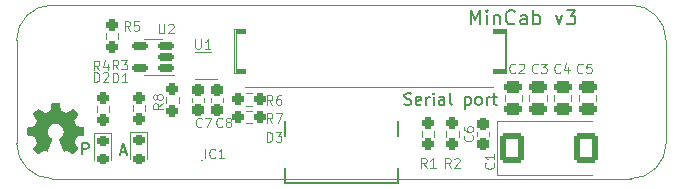
<source format=gto>
G04 #@! TF.GenerationSoftware,KiCad,Pcbnew,(6.0.0)*
G04 #@! TF.CreationDate,2022-12-24T23:31:17+01:00*
G04 #@! TF.ProjectId,MinCab,4d696e43-6162-42e6-9b69-6361645f7063,rev?*
G04 #@! TF.SameCoordinates,Original*
G04 #@! TF.FileFunction,Legend,Top*
G04 #@! TF.FilePolarity,Positive*
%FSLAX46Y46*%
G04 Gerber Fmt 4.6, Leading zero omitted, Abs format (unit mm)*
G04 Created by KiCad (PCBNEW (6.0.0)) date 2022-12-24 23:31:17*
%MOMM*%
%LPD*%
G01*
G04 APERTURE LIST*
G04 Aperture macros list*
%AMRoundRect*
0 Rectangle with rounded corners*
0 $1 Rounding radius*
0 $2 $3 $4 $5 $6 $7 $8 $9 X,Y pos of 4 corners*
0 Add a 4 corners polygon primitive as box body*
4,1,4,$2,$3,$4,$5,$6,$7,$8,$9,$2,$3,0*
0 Add four circle primitives for the rounded corners*
1,1,$1+$1,$2,$3*
1,1,$1+$1,$4,$5*
1,1,$1+$1,$6,$7*
1,1,$1+$1,$8,$9*
0 Add four rect primitives between the rounded corners*
20,1,$1+$1,$2,$3,$4,$5,0*
20,1,$1+$1,$4,$5,$6,$7,0*
20,1,$1+$1,$6,$7,$8,$9,0*
20,1,$1+$1,$8,$9,$2,$3,0*%
G04 Aperture macros list end*
G04 #@! TA.AperFunction,Profile*
%ADD10C,0.050000*%
G04 #@! TD*
%ADD11C,0.200000*%
%ADD12C,0.150000*%
%ADD13C,0.120000*%
%ADD14C,0.100000*%
%ADD15RoundRect,0.250000X0.475000X-0.250000X0.475000X0.250000X-0.475000X0.250000X-0.475000X-0.250000X0*%
%ADD16RoundRect,0.237500X-0.237500X0.250000X-0.237500X-0.250000X0.237500X-0.250000X0.237500X0.250000X0*%
%ADD17RoundRect,0.237500X-0.250000X-0.237500X0.250000X-0.237500X0.250000X0.237500X-0.250000X0.237500X0*%
%ADD18RoundRect,0.150000X0.512500X0.150000X-0.512500X0.150000X-0.512500X-0.150000X0.512500X-0.150000X0*%
%ADD19R,0.200000X0.700000*%
%ADD20C,6.000000*%
%ADD21R,1.100000X1.400000*%
%ADD22R,0.900000X1.400000*%
%ADD23RoundRect,0.237500X0.237500X-0.250000X0.237500X0.250000X-0.237500X0.250000X-0.237500X-0.250000X0*%
%ADD24RoundRect,0.237500X-0.237500X0.300000X-0.237500X-0.300000X0.237500X-0.300000X0.237500X0.300000X0*%
%ADD25R,0.650000X0.400000*%
%ADD26RoundRect,0.218750X-0.256250X0.218750X-0.256250X-0.218750X0.256250X-0.218750X0.256250X0.218750X0*%
%ADD27R,0.300000X0.300000*%
%ADD28R,0.900000X0.300000*%
%ADD29R,0.300000X0.900000*%
%ADD30R,1.800000X1.800000*%
%ADD31C,0.800000*%
%ADD32C,0.650000*%
%ADD33R,0.600000X1.150000*%
%ADD34R,0.300000X1.150000*%
%ADD35O,1.050000X2.100000*%
%ADD36O,1.000000X2.000000*%
%ADD37RoundRect,0.237500X0.250000X0.237500X-0.250000X0.237500X-0.250000X-0.237500X0.250000X-0.237500X0*%
%ADD38RoundRect,0.250000X-0.787500X-1.025000X0.787500X-1.025000X0.787500X1.025000X-0.787500X1.025000X0*%
G04 APERTURE END LIST*
D10*
X117300000Y-91200000D02*
G75*
G03*
X120300000Y-94200000I3000001J1D01*
G01*
X172300000Y-82500000D02*
X172300000Y-91200000D01*
X169300000Y-94200000D02*
X120300000Y-94200000D01*
X172300000Y-82500000D02*
G75*
G03*
X169300000Y-79500000I-3000001J-1D01*
G01*
X169300000Y-94200000D02*
G75*
G03*
X172300000Y-91200000I-1J3000001D01*
G01*
X120300000Y-79500000D02*
X169300000Y-79500000D01*
X120300000Y-79500000D02*
G75*
G03*
X117300000Y-82500000I1J-3000001D01*
G01*
X117300000Y-82500000D02*
X117300000Y-91200000D01*
D11*
X126111904Y-91916666D02*
X126588095Y-91916666D01*
X126016666Y-92202380D02*
X126350000Y-91202380D01*
X126683333Y-92202380D01*
X155750000Y-81142857D02*
X155750000Y-79942857D01*
X156150000Y-80800000D01*
X156550000Y-79942857D01*
X156550000Y-81142857D01*
X157121428Y-81142857D02*
X157121428Y-80342857D01*
X157121428Y-79942857D02*
X157064285Y-80000000D01*
X157121428Y-80057142D01*
X157178571Y-80000000D01*
X157121428Y-79942857D01*
X157121428Y-80057142D01*
X157692857Y-80342857D02*
X157692857Y-81142857D01*
X157692857Y-80457142D02*
X157750000Y-80400000D01*
X157864285Y-80342857D01*
X158035714Y-80342857D01*
X158150000Y-80400000D01*
X158207142Y-80514285D01*
X158207142Y-81142857D01*
X159464285Y-81028571D02*
X159407142Y-81085714D01*
X159235714Y-81142857D01*
X159121428Y-81142857D01*
X158950000Y-81085714D01*
X158835714Y-80971428D01*
X158778571Y-80857142D01*
X158721428Y-80628571D01*
X158721428Y-80457142D01*
X158778571Y-80228571D01*
X158835714Y-80114285D01*
X158950000Y-80000000D01*
X159121428Y-79942857D01*
X159235714Y-79942857D01*
X159407142Y-80000000D01*
X159464285Y-80057142D01*
X160492857Y-81142857D02*
X160492857Y-80514285D01*
X160435714Y-80400000D01*
X160321428Y-80342857D01*
X160092857Y-80342857D01*
X159978571Y-80400000D01*
X160492857Y-81085714D02*
X160378571Y-81142857D01*
X160092857Y-81142857D01*
X159978571Y-81085714D01*
X159921428Y-80971428D01*
X159921428Y-80857142D01*
X159978571Y-80742857D01*
X160092857Y-80685714D01*
X160378571Y-80685714D01*
X160492857Y-80628571D01*
X161064285Y-81142857D02*
X161064285Y-79942857D01*
X161064285Y-80400000D02*
X161178571Y-80342857D01*
X161407142Y-80342857D01*
X161521428Y-80400000D01*
X161578571Y-80457142D01*
X161635714Y-80571428D01*
X161635714Y-80914285D01*
X161578571Y-81028571D01*
X161521428Y-81085714D01*
X161407142Y-81142857D01*
X161178571Y-81142857D01*
X161064285Y-81085714D01*
X162950000Y-80342857D02*
X163235714Y-81142857D01*
X163521428Y-80342857D01*
X163864285Y-79942857D02*
X164607142Y-79942857D01*
X164207142Y-80400000D01*
X164378571Y-80400000D01*
X164492857Y-80457142D01*
X164550000Y-80514285D01*
X164607142Y-80628571D01*
X164607142Y-80914285D01*
X164550000Y-81028571D01*
X164492857Y-81085714D01*
X164378571Y-81142857D01*
X164035714Y-81142857D01*
X163921428Y-81085714D01*
X163864285Y-81028571D01*
X122838095Y-92152380D02*
X122838095Y-91152380D01*
X123219047Y-91152380D01*
X123314285Y-91200000D01*
X123361904Y-91247619D01*
X123409523Y-91342857D01*
X123409523Y-91485714D01*
X123361904Y-91580952D01*
X123314285Y-91628571D01*
X123219047Y-91676190D01*
X122838095Y-91676190D01*
D12*
X150142857Y-87904761D02*
X150285714Y-87952380D01*
X150523809Y-87952380D01*
X150619047Y-87904761D01*
X150666666Y-87857142D01*
X150714285Y-87761904D01*
X150714285Y-87666666D01*
X150666666Y-87571428D01*
X150619047Y-87523809D01*
X150523809Y-87476190D01*
X150333333Y-87428571D01*
X150238095Y-87380952D01*
X150190476Y-87333333D01*
X150142857Y-87238095D01*
X150142857Y-87142857D01*
X150190476Y-87047619D01*
X150238095Y-87000000D01*
X150333333Y-86952380D01*
X150571428Y-86952380D01*
X150714285Y-87000000D01*
X151523809Y-87904761D02*
X151428571Y-87952380D01*
X151238095Y-87952380D01*
X151142857Y-87904761D01*
X151095238Y-87809523D01*
X151095238Y-87428571D01*
X151142857Y-87333333D01*
X151238095Y-87285714D01*
X151428571Y-87285714D01*
X151523809Y-87333333D01*
X151571428Y-87428571D01*
X151571428Y-87523809D01*
X151095238Y-87619047D01*
X152000000Y-87952380D02*
X152000000Y-87285714D01*
X152000000Y-87476190D02*
X152047619Y-87380952D01*
X152095238Y-87333333D01*
X152190476Y-87285714D01*
X152285714Y-87285714D01*
X152619047Y-87952380D02*
X152619047Y-87285714D01*
X152619047Y-86952380D02*
X152571428Y-87000000D01*
X152619047Y-87047619D01*
X152666666Y-87000000D01*
X152619047Y-86952380D01*
X152619047Y-87047619D01*
X153523809Y-87952380D02*
X153523809Y-87428571D01*
X153476190Y-87333333D01*
X153380952Y-87285714D01*
X153190476Y-87285714D01*
X153095238Y-87333333D01*
X153523809Y-87904761D02*
X153428571Y-87952380D01*
X153190476Y-87952380D01*
X153095238Y-87904761D01*
X153047619Y-87809523D01*
X153047619Y-87714285D01*
X153095238Y-87619047D01*
X153190476Y-87571428D01*
X153428571Y-87571428D01*
X153523809Y-87523809D01*
X154142857Y-87952380D02*
X154047619Y-87904761D01*
X154000000Y-87809523D01*
X154000000Y-86952380D01*
X155285714Y-87285714D02*
X155285714Y-88285714D01*
X155285714Y-87333333D02*
X155380952Y-87285714D01*
X155571428Y-87285714D01*
X155666666Y-87333333D01*
X155714285Y-87380952D01*
X155761904Y-87476190D01*
X155761904Y-87761904D01*
X155714285Y-87857142D01*
X155666666Y-87904761D01*
X155571428Y-87952380D01*
X155380952Y-87952380D01*
X155285714Y-87904761D01*
X156333333Y-87952380D02*
X156238095Y-87904761D01*
X156190476Y-87857142D01*
X156142857Y-87761904D01*
X156142857Y-87476190D01*
X156190476Y-87380952D01*
X156238095Y-87333333D01*
X156333333Y-87285714D01*
X156476190Y-87285714D01*
X156571428Y-87333333D01*
X156619047Y-87380952D01*
X156666666Y-87476190D01*
X156666666Y-87761904D01*
X156619047Y-87857142D01*
X156571428Y-87904761D01*
X156476190Y-87952380D01*
X156333333Y-87952380D01*
X157095238Y-87952380D02*
X157095238Y-87285714D01*
X157095238Y-87476190D02*
X157142857Y-87380952D01*
X157190476Y-87333333D01*
X157285714Y-87285714D01*
X157380952Y-87285714D01*
X157571428Y-87285714D02*
X157952380Y-87285714D01*
X157714285Y-86952380D02*
X157714285Y-87809523D01*
X157761904Y-87904761D01*
X157857142Y-87952380D01*
X157952380Y-87952380D01*
D13*
X159516666Y-85185714D02*
X159478571Y-85223809D01*
X159364285Y-85261904D01*
X159288095Y-85261904D01*
X159173809Y-85223809D01*
X159097619Y-85147619D01*
X159059523Y-85071428D01*
X159021428Y-84919047D01*
X159021428Y-84804761D01*
X159059523Y-84652380D01*
X159097619Y-84576190D01*
X159173809Y-84500000D01*
X159288095Y-84461904D01*
X159364285Y-84461904D01*
X159478571Y-84500000D01*
X159516666Y-84538095D01*
X159821428Y-84538095D02*
X159859523Y-84500000D01*
X159935714Y-84461904D01*
X160126190Y-84461904D01*
X160202380Y-84500000D01*
X160240476Y-84538095D01*
X160278571Y-84614285D01*
X160278571Y-84690476D01*
X160240476Y-84804761D01*
X159783333Y-85261904D01*
X160278571Y-85261904D01*
X161416666Y-85185714D02*
X161378571Y-85223809D01*
X161264285Y-85261904D01*
X161188095Y-85261904D01*
X161073809Y-85223809D01*
X160997619Y-85147619D01*
X160959523Y-85071428D01*
X160921428Y-84919047D01*
X160921428Y-84804761D01*
X160959523Y-84652380D01*
X160997619Y-84576190D01*
X161073809Y-84500000D01*
X161188095Y-84461904D01*
X161264285Y-84461904D01*
X161378571Y-84500000D01*
X161416666Y-84538095D01*
X161683333Y-84461904D02*
X162178571Y-84461904D01*
X161911904Y-84766666D01*
X162026190Y-84766666D01*
X162102380Y-84804761D01*
X162140476Y-84842857D01*
X162178571Y-84919047D01*
X162178571Y-85109523D01*
X162140476Y-85185714D01*
X162102380Y-85223809D01*
X162026190Y-85261904D01*
X161797619Y-85261904D01*
X161721428Y-85223809D01*
X161683333Y-85185714D01*
X129661904Y-87833333D02*
X129280952Y-88100000D01*
X129661904Y-88290476D02*
X128861904Y-88290476D01*
X128861904Y-87985714D01*
X128900000Y-87909523D01*
X128938095Y-87871428D01*
X129014285Y-87833333D01*
X129128571Y-87833333D01*
X129204761Y-87871428D01*
X129242857Y-87909523D01*
X129280952Y-87985714D01*
X129280952Y-88290476D01*
X129204761Y-87376190D02*
X129166666Y-87452380D01*
X129128571Y-87490476D01*
X129052380Y-87528571D01*
X129014285Y-87528571D01*
X128938095Y-87490476D01*
X128900000Y-87452380D01*
X128861904Y-87376190D01*
X128861904Y-87223809D01*
X128900000Y-87147619D01*
X128938095Y-87109523D01*
X129014285Y-87071428D01*
X129052380Y-87071428D01*
X129128571Y-87109523D01*
X129166666Y-87147619D01*
X129204761Y-87223809D01*
X129204761Y-87376190D01*
X129242857Y-87452380D01*
X129280952Y-87490476D01*
X129357142Y-87528571D01*
X129509523Y-87528571D01*
X129585714Y-87490476D01*
X129623809Y-87452380D01*
X129661904Y-87376190D01*
X129661904Y-87223809D01*
X129623809Y-87147619D01*
X129585714Y-87109523D01*
X129509523Y-87071428D01*
X129357142Y-87071428D01*
X129280952Y-87109523D01*
X129242857Y-87147619D01*
X129204761Y-87223809D01*
X138966666Y-87961904D02*
X138700000Y-87580952D01*
X138509523Y-87961904D02*
X138509523Y-87161904D01*
X138814285Y-87161904D01*
X138890476Y-87200000D01*
X138928571Y-87238095D01*
X138966666Y-87314285D01*
X138966666Y-87428571D01*
X138928571Y-87504761D01*
X138890476Y-87542857D01*
X138814285Y-87580952D01*
X138509523Y-87580952D01*
X139652380Y-87161904D02*
X139500000Y-87161904D01*
X139423809Y-87200000D01*
X139385714Y-87238095D01*
X139309523Y-87352380D01*
X139271428Y-87504761D01*
X139271428Y-87809523D01*
X139309523Y-87885714D01*
X139347619Y-87923809D01*
X139423809Y-87961904D01*
X139576190Y-87961904D01*
X139652380Y-87923809D01*
X139690476Y-87885714D01*
X139728571Y-87809523D01*
X139728571Y-87619047D01*
X139690476Y-87542857D01*
X139652380Y-87504761D01*
X139576190Y-87466666D01*
X139423809Y-87466666D01*
X139347619Y-87504761D01*
X139309523Y-87542857D01*
X139271428Y-87619047D01*
X129340476Y-81111904D02*
X129340476Y-81759523D01*
X129378571Y-81835714D01*
X129416666Y-81873809D01*
X129492857Y-81911904D01*
X129645238Y-81911904D01*
X129721428Y-81873809D01*
X129759523Y-81835714D01*
X129797619Y-81759523D01*
X129797619Y-81111904D01*
X130140476Y-81188095D02*
X130178571Y-81150000D01*
X130254761Y-81111904D01*
X130445238Y-81111904D01*
X130521428Y-81150000D01*
X130559523Y-81188095D01*
X130597619Y-81264285D01*
X130597619Y-81340476D01*
X130559523Y-81454761D01*
X130102380Y-81911904D01*
X130597619Y-81911904D01*
X138509523Y-91061904D02*
X138509523Y-90261904D01*
X138700000Y-90261904D01*
X138814285Y-90300000D01*
X138890476Y-90376190D01*
X138928571Y-90452380D01*
X138966666Y-90604761D01*
X138966666Y-90719047D01*
X138928571Y-90871428D01*
X138890476Y-90947619D01*
X138814285Y-91023809D01*
X138700000Y-91061904D01*
X138509523Y-91061904D01*
X139233333Y-90261904D02*
X139728571Y-90261904D01*
X139461904Y-90566666D01*
X139576190Y-90566666D01*
X139652380Y-90604761D01*
X139690476Y-90642857D01*
X139728571Y-90719047D01*
X139728571Y-90909523D01*
X139690476Y-90985714D01*
X139652380Y-91023809D01*
X139576190Y-91061904D01*
X139347619Y-91061904D01*
X139271428Y-91023809D01*
X139233333Y-90985714D01*
X154066666Y-93261904D02*
X153800000Y-92880952D01*
X153609523Y-93261904D02*
X153609523Y-92461904D01*
X153914285Y-92461904D01*
X153990476Y-92500000D01*
X154028571Y-92538095D01*
X154066666Y-92614285D01*
X154066666Y-92728571D01*
X154028571Y-92804761D01*
X153990476Y-92842857D01*
X153914285Y-92880952D01*
X153609523Y-92880952D01*
X154371428Y-92538095D02*
X154409523Y-92500000D01*
X154485714Y-92461904D01*
X154676190Y-92461904D01*
X154752380Y-92500000D01*
X154790476Y-92538095D01*
X154828571Y-92614285D01*
X154828571Y-92690476D01*
X154790476Y-92804761D01*
X154333333Y-93261904D01*
X154828571Y-93261904D01*
X132966666Y-89785714D02*
X132928571Y-89823809D01*
X132814285Y-89861904D01*
X132738095Y-89861904D01*
X132623809Y-89823809D01*
X132547619Y-89747619D01*
X132509523Y-89671428D01*
X132471428Y-89519047D01*
X132471428Y-89404761D01*
X132509523Y-89252380D01*
X132547619Y-89176190D01*
X132623809Y-89100000D01*
X132738095Y-89061904D01*
X132814285Y-89061904D01*
X132928571Y-89100000D01*
X132966666Y-89138095D01*
X133233333Y-89061904D02*
X133766666Y-89061904D01*
X133423809Y-89861904D01*
X126916666Y-81661904D02*
X126650000Y-81280952D01*
X126459523Y-81661904D02*
X126459523Y-80861904D01*
X126764285Y-80861904D01*
X126840476Y-80900000D01*
X126878571Y-80938095D01*
X126916666Y-81014285D01*
X126916666Y-81128571D01*
X126878571Y-81204761D01*
X126840476Y-81242857D01*
X126764285Y-81280952D01*
X126459523Y-81280952D01*
X127640476Y-80861904D02*
X127259523Y-80861904D01*
X127221428Y-81242857D01*
X127259523Y-81204761D01*
X127335714Y-81166666D01*
X127526190Y-81166666D01*
X127602380Y-81204761D01*
X127640476Y-81242857D01*
X127678571Y-81319047D01*
X127678571Y-81509523D01*
X127640476Y-81585714D01*
X127602380Y-81623809D01*
X127526190Y-81661904D01*
X127335714Y-81661904D01*
X127259523Y-81623809D01*
X127221428Y-81585714D01*
X125916666Y-84961904D02*
X125650000Y-84580952D01*
X125459523Y-84961904D02*
X125459523Y-84161904D01*
X125764285Y-84161904D01*
X125840476Y-84200000D01*
X125878571Y-84238095D01*
X125916666Y-84314285D01*
X125916666Y-84428571D01*
X125878571Y-84504761D01*
X125840476Y-84542857D01*
X125764285Y-84580952D01*
X125459523Y-84580952D01*
X126183333Y-84161904D02*
X126678571Y-84161904D01*
X126411904Y-84466666D01*
X126526190Y-84466666D01*
X126602380Y-84504761D01*
X126640476Y-84542857D01*
X126678571Y-84619047D01*
X126678571Y-84809523D01*
X126640476Y-84885714D01*
X126602380Y-84923809D01*
X126526190Y-84961904D01*
X126297619Y-84961904D01*
X126221428Y-84923809D01*
X126183333Y-84885714D01*
X132440476Y-82411904D02*
X132440476Y-83059523D01*
X132478571Y-83135714D01*
X132516666Y-83173809D01*
X132592857Y-83211904D01*
X132745238Y-83211904D01*
X132821428Y-83173809D01*
X132859523Y-83135714D01*
X132897619Y-83059523D01*
X132897619Y-82411904D01*
X133697619Y-83211904D02*
X133240476Y-83211904D01*
X133469047Y-83211904D02*
X133469047Y-82411904D01*
X133392857Y-82526190D01*
X133316666Y-82602380D01*
X133240476Y-82640476D01*
X124316666Y-85011904D02*
X124050000Y-84630952D01*
X123859523Y-85011904D02*
X123859523Y-84211904D01*
X124164285Y-84211904D01*
X124240476Y-84250000D01*
X124278571Y-84288095D01*
X124316666Y-84364285D01*
X124316666Y-84478571D01*
X124278571Y-84554761D01*
X124240476Y-84592857D01*
X124164285Y-84630952D01*
X123859523Y-84630952D01*
X125002380Y-84478571D02*
X125002380Y-85011904D01*
X124811904Y-84173809D02*
X124621428Y-84745238D01*
X125116666Y-84745238D01*
X125459523Y-86061904D02*
X125459523Y-85261904D01*
X125650000Y-85261904D01*
X125764285Y-85300000D01*
X125840476Y-85376190D01*
X125878571Y-85452380D01*
X125916666Y-85604761D01*
X125916666Y-85719047D01*
X125878571Y-85871428D01*
X125840476Y-85947619D01*
X125764285Y-86023809D01*
X125650000Y-86061904D01*
X125459523Y-86061904D01*
X126678571Y-86061904D02*
X126221428Y-86061904D01*
X126450000Y-86061904D02*
X126450000Y-85261904D01*
X126373809Y-85376190D01*
X126297619Y-85452380D01*
X126221428Y-85490476D01*
X165216666Y-85185714D02*
X165178571Y-85223809D01*
X165064285Y-85261904D01*
X164988095Y-85261904D01*
X164873809Y-85223809D01*
X164797619Y-85147619D01*
X164759523Y-85071428D01*
X164721428Y-84919047D01*
X164721428Y-84804761D01*
X164759523Y-84652380D01*
X164797619Y-84576190D01*
X164873809Y-84500000D01*
X164988095Y-84461904D01*
X165064285Y-84461904D01*
X165178571Y-84500000D01*
X165216666Y-84538095D01*
X165940476Y-84461904D02*
X165559523Y-84461904D01*
X165521428Y-84842857D01*
X165559523Y-84804761D01*
X165635714Y-84766666D01*
X165826190Y-84766666D01*
X165902380Y-84804761D01*
X165940476Y-84842857D01*
X165978571Y-84919047D01*
X165978571Y-85109523D01*
X165940476Y-85185714D01*
X165902380Y-85223809D01*
X165826190Y-85261904D01*
X165635714Y-85261904D01*
X165559523Y-85223809D01*
X165521428Y-85185714D01*
X163316666Y-85185714D02*
X163278571Y-85223809D01*
X163164285Y-85261904D01*
X163088095Y-85261904D01*
X162973809Y-85223809D01*
X162897619Y-85147619D01*
X162859523Y-85071428D01*
X162821428Y-84919047D01*
X162821428Y-84804761D01*
X162859523Y-84652380D01*
X162897619Y-84576190D01*
X162973809Y-84500000D01*
X163088095Y-84461904D01*
X163164285Y-84461904D01*
X163278571Y-84500000D01*
X163316666Y-84538095D01*
X164002380Y-84728571D02*
X164002380Y-85261904D01*
X163811904Y-84423809D02*
X163621428Y-84995238D01*
X164116666Y-84995238D01*
X133269047Y-92461904D02*
X133269047Y-91661904D01*
X134107142Y-92385714D02*
X134069047Y-92423809D01*
X133954761Y-92461904D01*
X133878571Y-92461904D01*
X133764285Y-92423809D01*
X133688095Y-92347619D01*
X133650000Y-92271428D01*
X133611904Y-92119047D01*
X133611904Y-92004761D01*
X133650000Y-91852380D01*
X133688095Y-91776190D01*
X133764285Y-91700000D01*
X133878571Y-91661904D01*
X133954761Y-91661904D01*
X134069047Y-91700000D01*
X134107142Y-91738095D01*
X134869047Y-92461904D02*
X134411904Y-92461904D01*
X134640476Y-92461904D02*
X134640476Y-91661904D01*
X134564285Y-91776190D01*
X134488095Y-91852380D01*
X134411904Y-91890476D01*
D12*
D13*
X152016666Y-93261904D02*
X151750000Y-92880952D01*
X151559523Y-93261904D02*
X151559523Y-92461904D01*
X151864285Y-92461904D01*
X151940476Y-92500000D01*
X151978571Y-92538095D01*
X152016666Y-92614285D01*
X152016666Y-92728571D01*
X151978571Y-92804761D01*
X151940476Y-92842857D01*
X151864285Y-92880952D01*
X151559523Y-92880952D01*
X152778571Y-93261904D02*
X152321428Y-93261904D01*
X152550000Y-93261904D02*
X152550000Y-92461904D01*
X152473809Y-92576190D01*
X152397619Y-92652380D01*
X152321428Y-92690476D01*
X134716666Y-89785714D02*
X134678571Y-89823809D01*
X134564285Y-89861904D01*
X134488095Y-89861904D01*
X134373809Y-89823809D01*
X134297619Y-89747619D01*
X134259523Y-89671428D01*
X134221428Y-89519047D01*
X134221428Y-89404761D01*
X134259523Y-89252380D01*
X134297619Y-89176190D01*
X134373809Y-89100000D01*
X134488095Y-89061904D01*
X134564285Y-89061904D01*
X134678571Y-89100000D01*
X134716666Y-89138095D01*
X135173809Y-89404761D02*
X135097619Y-89366666D01*
X135059523Y-89328571D01*
X135021428Y-89252380D01*
X135021428Y-89214285D01*
X135059523Y-89138095D01*
X135097619Y-89100000D01*
X135173809Y-89061904D01*
X135326190Y-89061904D01*
X135402380Y-89100000D01*
X135440476Y-89138095D01*
X135478571Y-89214285D01*
X135478571Y-89252380D01*
X135440476Y-89328571D01*
X135402380Y-89366666D01*
X135326190Y-89404761D01*
X135173809Y-89404761D01*
X135097619Y-89442857D01*
X135059523Y-89480952D01*
X135021428Y-89557142D01*
X135021428Y-89709523D01*
X135059523Y-89785714D01*
X135097619Y-89823809D01*
X135173809Y-89861904D01*
X135326190Y-89861904D01*
X135402380Y-89823809D01*
X135440476Y-89785714D01*
X135478571Y-89709523D01*
X135478571Y-89557142D01*
X135440476Y-89480952D01*
X135402380Y-89442857D01*
X135326190Y-89404761D01*
X138966666Y-89461904D02*
X138700000Y-89080952D01*
X138509523Y-89461904D02*
X138509523Y-88661904D01*
X138814285Y-88661904D01*
X138890476Y-88700000D01*
X138928571Y-88738095D01*
X138966666Y-88814285D01*
X138966666Y-88928571D01*
X138928571Y-89004761D01*
X138890476Y-89042857D01*
X138814285Y-89080952D01*
X138509523Y-89080952D01*
X139233333Y-88661904D02*
X139766666Y-88661904D01*
X139423809Y-89461904D01*
X155885714Y-90533333D02*
X155923809Y-90571428D01*
X155961904Y-90685714D01*
X155961904Y-90761904D01*
X155923809Y-90876190D01*
X155847619Y-90952380D01*
X155771428Y-90990476D01*
X155619047Y-91028571D01*
X155504761Y-91028571D01*
X155352380Y-90990476D01*
X155276190Y-90952380D01*
X155200000Y-90876190D01*
X155161904Y-90761904D01*
X155161904Y-90685714D01*
X155200000Y-90571428D01*
X155238095Y-90533333D01*
X155161904Y-89847619D02*
X155161904Y-90000000D01*
X155200000Y-90076190D01*
X155238095Y-90114285D01*
X155352380Y-90190476D01*
X155504761Y-90228571D01*
X155809523Y-90228571D01*
X155885714Y-90190476D01*
X155923809Y-90152380D01*
X155961904Y-90076190D01*
X155961904Y-89923809D01*
X155923809Y-89847619D01*
X155885714Y-89809523D01*
X155809523Y-89771428D01*
X155619047Y-89771428D01*
X155542857Y-89809523D01*
X155504761Y-89847619D01*
X155466666Y-89923809D01*
X155466666Y-90076190D01*
X155504761Y-90152380D01*
X155542857Y-90190476D01*
X155619047Y-90228571D01*
X157685714Y-92883333D02*
X157723809Y-92921428D01*
X157761904Y-93035714D01*
X157761904Y-93111904D01*
X157723809Y-93226190D01*
X157647619Y-93302380D01*
X157571428Y-93340476D01*
X157419047Y-93378571D01*
X157304761Y-93378571D01*
X157152380Y-93340476D01*
X157076190Y-93302380D01*
X157000000Y-93226190D01*
X156961904Y-93111904D01*
X156961904Y-93035714D01*
X157000000Y-92921428D01*
X157038095Y-92883333D01*
X157761904Y-92121428D02*
X157761904Y-92578571D01*
X157761904Y-92350000D02*
X156961904Y-92350000D01*
X157076190Y-92426190D01*
X157152380Y-92502380D01*
X157190476Y-92578571D01*
X123859523Y-86011904D02*
X123859523Y-85211904D01*
X124050000Y-85211904D01*
X124164285Y-85250000D01*
X124240476Y-85326190D01*
X124278571Y-85402380D01*
X124316666Y-85554761D01*
X124316666Y-85669047D01*
X124278571Y-85821428D01*
X124240476Y-85897619D01*
X124164285Y-85973809D01*
X124050000Y-86011904D01*
X123859523Y-86011904D01*
X124621428Y-85288095D02*
X124659523Y-85250000D01*
X124735714Y-85211904D01*
X124926190Y-85211904D01*
X125002380Y-85250000D01*
X125040476Y-85288095D01*
X125078571Y-85364285D01*
X125078571Y-85440476D01*
X125040476Y-85554761D01*
X124583333Y-86011904D01*
X125078571Y-86011904D01*
X160085000Y-87661252D02*
X160085000Y-87138748D01*
X158615000Y-87661252D02*
X158615000Y-87138748D01*
X162185000Y-87661252D02*
X162185000Y-87138748D01*
X160715000Y-87661252D02*
X160715000Y-87138748D01*
X131022500Y-87295276D02*
X131022500Y-87804724D01*
X129977500Y-87295276D02*
X129977500Y-87804724D01*
X136745276Y-86977500D02*
X137254724Y-86977500D01*
X136745276Y-88022500D02*
X137254724Y-88022500D01*
X128850000Y-85460000D02*
X128050000Y-85460000D01*
X128850000Y-85460000D02*
X130650000Y-85460000D01*
X128850000Y-82340000D02*
X129650000Y-82340000D01*
X128850000Y-82340000D02*
X128050000Y-82340000D01*
X158150000Y-84910000D02*
X157650000Y-84910000D01*
X135850000Y-85300000D02*
X135850000Y-81520000D01*
X136600000Y-81910000D02*
X136150000Y-81910000D01*
X158650000Y-85300000D02*
X158650000Y-81520000D01*
X136650000Y-84910000D02*
X136150000Y-84910000D01*
X158150000Y-81910000D02*
X157650000Y-81910000D01*
X136650000Y-86450000D02*
X157650000Y-86450000D01*
X157650000Y-84910000D02*
X158650000Y-84910000D01*
X158650000Y-84910000D02*
X158650000Y-85300000D01*
X158650000Y-85300000D02*
X157650000Y-85300000D01*
X157650000Y-85300000D02*
X157650000Y-84910000D01*
G36*
X157650000Y-84910000D02*
G01*
X158650000Y-84910000D01*
X158650000Y-85300000D01*
X157650000Y-85300000D01*
X157650000Y-84910000D01*
G37*
X157650000Y-81910000D02*
X158650000Y-81910000D01*
X158650000Y-81910000D02*
X158650000Y-81520000D01*
X158650000Y-81520000D02*
X157650000Y-81520000D01*
X157650000Y-81520000D02*
X157650000Y-81910000D01*
G36*
X157650000Y-81910000D02*
G01*
X158650000Y-81910000D01*
X158650000Y-81520000D01*
X157650000Y-81520000D01*
X157650000Y-81910000D01*
G37*
X158650000Y-85300000D02*
X158750000Y-85300000D01*
X158750000Y-85300000D02*
X158750000Y-81520000D01*
X158750000Y-81520000D02*
X158650000Y-81520000D01*
X158650000Y-81520000D02*
X158650000Y-85300000D01*
X136600000Y-81910000D02*
X135850000Y-81910000D01*
X135850000Y-81910000D02*
X135850000Y-81520000D01*
X135850000Y-81520000D02*
X136600000Y-81520000D01*
X136600000Y-81520000D02*
X136600000Y-81910000D01*
G36*
X136600000Y-81910000D02*
G01*
X135850000Y-81910000D01*
X135850000Y-81520000D01*
X136600000Y-81520000D01*
X136600000Y-81910000D01*
G37*
X135850000Y-85300000D02*
X135750000Y-85300000D01*
X135750000Y-85300000D02*
X135750000Y-81520000D01*
X135750000Y-81520000D02*
X135850000Y-81520000D01*
X135850000Y-81520000D02*
X135850000Y-85300000D01*
X136650000Y-84910000D02*
X135850000Y-84910000D01*
X135850000Y-84910000D02*
X135850000Y-85300000D01*
X135850000Y-85300000D02*
X136650000Y-85300000D01*
X136650000Y-85300000D02*
X136650000Y-84910000D01*
G36*
X136650000Y-84910000D02*
G01*
X135850000Y-84910000D01*
X135850000Y-85300000D01*
X136650000Y-85300000D01*
X136650000Y-84910000D01*
G37*
D14*
X138000000Y-89350000D02*
X138000000Y-89350000D01*
X138000000Y-89450000D02*
X138000000Y-89450000D01*
X138000000Y-89350000D02*
G75*
G03*
X138000000Y-89450000I0J-50000D01*
G01*
X138000000Y-89450000D02*
G75*
G03*
X138000000Y-89350000I0J50000D01*
G01*
D13*
X153677500Y-90654724D02*
X153677500Y-90145276D01*
X154722500Y-90654724D02*
X154722500Y-90145276D01*
X133160000Y-87403733D02*
X133160000Y-87696267D01*
X132140000Y-87403733D02*
X132140000Y-87696267D01*
X125922500Y-81895276D02*
X125922500Y-82404724D01*
X124877500Y-81895276D02*
X124877500Y-82404724D01*
X124077500Y-88542224D02*
X124077500Y-88032776D01*
X125122500Y-88542224D02*
X125122500Y-88032776D01*
X133800000Y-83440000D02*
X132400000Y-83440000D01*
X132400000Y-85760000D02*
X134300000Y-85760000D01*
X128172500Y-88504724D02*
X128172500Y-87995276D01*
X127127500Y-88504724D02*
X127127500Y-87995276D01*
X125335000Y-92587500D02*
X125335000Y-90302500D01*
X123865000Y-90302500D02*
X123865000Y-92587500D01*
X125335000Y-90302500D02*
X123865000Y-90302500D01*
X164915000Y-87661252D02*
X164915000Y-87138748D01*
X166385000Y-87661252D02*
X166385000Y-87138748D01*
X162815000Y-87661252D02*
X162815000Y-87138748D01*
X164285000Y-87661252D02*
X164285000Y-87138748D01*
D14*
X132900000Y-92650000D02*
X132900000Y-92650000D01*
X133000000Y-92650000D02*
X133000000Y-92650000D01*
X132900000Y-92650000D02*
G75*
G03*
X133000000Y-92650000I50000J0D01*
G01*
X133000000Y-92650000D02*
G75*
G03*
X132900000Y-92650000I-50000J0D01*
G01*
G36*
X120948336Y-87818259D02*
G01*
X120952832Y-87834584D01*
X120960416Y-87868775D01*
X120970504Y-87917917D01*
X120982514Y-87979092D01*
X120995863Y-88049386D01*
X121009968Y-88125879D01*
X121011447Y-88134029D01*
X121025411Y-88210490D01*
X121038429Y-88280607D01*
X121049960Y-88341563D01*
X121059465Y-88390541D01*
X121066403Y-88424723D01*
X121070235Y-88441293D01*
X121070465Y-88441978D01*
X121082177Y-88452173D01*
X121109370Y-88467841D01*
X121147871Y-88486769D01*
X121189160Y-88504936D01*
X121287071Y-88545678D01*
X121366709Y-88578443D01*
X121429159Y-88603660D01*
X121475508Y-88621758D01*
X121506840Y-88633167D01*
X121524241Y-88638316D01*
X121527403Y-88638720D01*
X121539126Y-88632960D01*
X121565945Y-88616659D01*
X121605603Y-88591290D01*
X121655842Y-88558322D01*
X121714405Y-88519228D01*
X121779034Y-88475478D01*
X121802686Y-88459327D01*
X121869231Y-88414214D01*
X121930853Y-88373260D01*
X121985230Y-88337944D01*
X122030039Y-88309744D01*
X122062957Y-88290141D01*
X122081662Y-88280615D01*
X122084363Y-88279934D01*
X122097627Y-88287276D01*
X122122966Y-88307765D01*
X122158083Y-88339089D01*
X122200680Y-88378940D01*
X122248460Y-88425006D01*
X122299127Y-88474978D01*
X122350382Y-88526546D01*
X122399930Y-88577400D01*
X122445473Y-88625231D01*
X122484713Y-88667728D01*
X122515354Y-88702581D01*
X122535098Y-88727480D01*
X122541670Y-88739794D01*
X122535860Y-88755891D01*
X122519883Y-88785425D01*
X122495923Y-88824714D01*
X122466161Y-88870079D01*
X122453092Y-88889144D01*
X122384868Y-88987779D01*
X122328288Y-89070390D01*
X122282644Y-89138067D01*
X122247229Y-89191900D01*
X122221335Y-89232979D01*
X122204254Y-89262392D01*
X122195277Y-89281230D01*
X122193436Y-89288875D01*
X122197528Y-89304236D01*
X122208808Y-89335324D01*
X122225781Y-89378630D01*
X122246951Y-89430644D01*
X122270826Y-89487857D01*
X122295909Y-89546759D01*
X122320705Y-89603841D01*
X122343721Y-89655593D01*
X122363461Y-89698506D01*
X122378430Y-89729071D01*
X122387134Y-89743779D01*
X122387249Y-89743903D01*
X122397212Y-89749379D01*
X122418813Y-89756294D01*
X122453423Y-89764937D01*
X122502416Y-89775595D01*
X122567161Y-89788559D01*
X122649031Y-89804116D01*
X122749398Y-89822554D01*
X122831865Y-89837414D01*
X122887140Y-89847694D01*
X122936557Y-89857588D01*
X122975586Y-89866139D01*
X122999699Y-89872389D01*
X123003344Y-89873671D01*
X123027088Y-89883469D01*
X123027088Y-90204257D01*
X123026895Y-90299779D01*
X123026266Y-90376096D01*
X123025121Y-90435105D01*
X123023382Y-90478705D01*
X123020972Y-90508791D01*
X123017810Y-90527261D01*
X123013821Y-90536012D01*
X123013373Y-90536425D01*
X122999744Y-90541257D01*
X122968141Y-90549196D01*
X122921367Y-90559641D01*
X122862224Y-90571992D01*
X122793514Y-90585648D01*
X122718041Y-90600006D01*
X122709987Y-90601502D01*
X122614135Y-90619652D01*
X122537855Y-90634983D01*
X122479846Y-90647797D01*
X122438809Y-90658400D01*
X122413443Y-90667094D01*
X122403247Y-90673194D01*
X122393024Y-90689679D01*
X122377457Y-90721883D01*
X122357845Y-90766444D01*
X122335490Y-90820000D01*
X122311692Y-90879187D01*
X122287753Y-90940644D01*
X122264972Y-91001008D01*
X122244650Y-91056915D01*
X122228089Y-91105005D01*
X122216589Y-91141913D01*
X122211451Y-91164277D01*
X122211565Y-91168710D01*
X122219780Y-91183582D01*
X122237789Y-91212204D01*
X122263287Y-91251034D01*
X122293967Y-91296531D01*
X122309425Y-91319069D01*
X122349073Y-91376571D01*
X122391891Y-91438675D01*
X122433020Y-91498333D01*
X122467600Y-91548498D01*
X122471026Y-91553469D01*
X122498874Y-91595415D01*
X122521549Y-91632509D01*
X122536617Y-91660564D01*
X122541670Y-91674916D01*
X122534481Y-91686370D01*
X122514404Y-91710246D01*
X122483680Y-91744266D01*
X122444546Y-91786157D01*
X122399241Y-91833641D01*
X122350005Y-91884443D01*
X122299074Y-91936288D01*
X122248689Y-91986901D01*
X122201088Y-92034004D01*
X122158509Y-92075323D01*
X122123191Y-92108582D01*
X122097373Y-92131506D01*
X122083293Y-92141818D01*
X122082016Y-92142169D01*
X122069167Y-92136521D01*
X122043269Y-92121287D01*
X122008531Y-92099034D01*
X121981857Y-92081099D01*
X121887448Y-92016478D01*
X121808959Y-91962850D01*
X121744929Y-91919236D01*
X121693900Y-91884657D01*
X121654409Y-91858132D01*
X121624997Y-91838682D01*
X121604203Y-91825328D01*
X121590568Y-91817091D01*
X121582630Y-91812990D01*
X121581388Y-91812505D01*
X121566208Y-91815000D01*
X121536979Y-91825998D01*
X121498060Y-91843680D01*
X121458466Y-91863746D01*
X121413840Y-91886485D01*
X121374352Y-91904892D01*
X121344641Y-91916909D01*
X121330347Y-91920565D01*
X121320206Y-91917047D01*
X121309104Y-91904670D01*
X121295492Y-91880698D01*
X121277818Y-91842396D01*
X121254533Y-91787027D01*
X121254120Y-91786020D01*
X121237200Y-91744901D01*
X121213506Y-91687498D01*
X121184364Y-91617014D01*
X121151101Y-91536653D01*
X121115042Y-91449620D01*
X121077515Y-91359118D01*
X121041433Y-91272178D01*
X121006389Y-91187382D01*
X120973946Y-91108122D01*
X120945000Y-91036642D01*
X120920445Y-90975183D01*
X120901175Y-90925991D01*
X120888087Y-90891308D01*
X120882074Y-90873378D01*
X120881794Y-90871957D01*
X120886339Y-90858028D01*
X120903519Y-90838092D01*
X120935106Y-90810416D01*
X120981517Y-90774283D01*
X121065418Y-90705137D01*
X121131879Y-90636379D01*
X121184152Y-90564242D01*
X121219164Y-90498946D01*
X121259925Y-90387646D01*
X121280746Y-90274037D01*
X121282037Y-90160417D01*
X121264204Y-90049081D01*
X121227655Y-89942326D01*
X121172799Y-89842451D01*
X121100042Y-89751751D01*
X121083537Y-89735069D01*
X121004921Y-89669778D01*
X120915488Y-89614995D01*
X120822216Y-89574719D01*
X120783147Y-89562980D01*
X120724832Y-89552688D01*
X120654331Y-89547402D01*
X120579672Y-89547131D01*
X120508888Y-89551887D01*
X120450007Y-89561679D01*
X120446567Y-89562546D01*
X120338962Y-89601088D01*
X120239447Y-89657801D01*
X120150300Y-89730569D01*
X120073800Y-89817274D01*
X120012225Y-89915800D01*
X119975844Y-90000000D01*
X119962588Y-90052790D01*
X119953859Y-90119311D01*
X119949735Y-90193173D01*
X119950298Y-90267988D01*
X119955628Y-90337369D01*
X119965804Y-90394927D01*
X119970679Y-90411550D01*
X120015134Y-90515073D01*
X120075778Y-90609281D01*
X120154129Y-90696131D01*
X120251707Y-90777584D01*
X120258498Y-90782555D01*
X120302650Y-90816586D01*
X120332402Y-90843809D01*
X120346041Y-90862601D01*
X120346739Y-90866101D01*
X120342814Y-90880828D01*
X120331766Y-90912164D01*
X120314686Y-90957278D01*
X120292667Y-91013337D01*
X120266799Y-91077511D01*
X120242486Y-91136599D01*
X120206763Y-91222651D01*
X120165887Y-91321149D01*
X120122785Y-91425040D01*
X120080383Y-91527272D01*
X120041605Y-91620794D01*
X120029542Y-91649894D01*
X119999716Y-91720676D01*
X119971914Y-91784422D01*
X119947315Y-91838598D01*
X119927096Y-91880672D01*
X119912437Y-91908110D01*
X119904711Y-91918321D01*
X119889216Y-91916173D01*
X119859601Y-91905521D01*
X119820202Y-91888100D01*
X119782612Y-91869451D01*
X119737991Y-91847268D01*
X119698409Y-91829421D01*
X119668618Y-91817944D01*
X119654659Y-91814713D01*
X119640359Y-91820620D01*
X119611333Y-91837097D01*
X119570102Y-91862550D01*
X119519185Y-91895388D01*
X119461106Y-91934017D01*
X119401397Y-91974760D01*
X119338915Y-92017618D01*
X119281371Y-92056531D01*
X119231263Y-92089855D01*
X119191088Y-92115945D01*
X119163341Y-92133157D01*
X119150763Y-92139791D01*
X119140744Y-92137293D01*
X119122964Y-92125499D01*
X119096227Y-92103333D01*
X119059337Y-92069720D01*
X119011098Y-92023583D01*
X118950315Y-91963847D01*
X118905416Y-91919120D01*
X118848899Y-91862213D01*
X118797551Y-91809760D01*
X118753202Y-91763692D01*
X118717686Y-91725939D01*
X118692832Y-91698433D01*
X118680474Y-91683105D01*
X118679435Y-91680891D01*
X118683697Y-91670510D01*
X118696833Y-91647970D01*
X118719363Y-91612481D01*
X118751811Y-91563256D01*
X118794700Y-91499506D01*
X118848551Y-91420443D01*
X118913886Y-91325277D01*
X118943623Y-91282135D01*
X118971995Y-91239385D01*
X118995258Y-91201238D01*
X119010991Y-91171881D01*
X119016773Y-91155603D01*
X119012977Y-91137217D01*
X119002192Y-91103601D01*
X118985793Y-91058096D01*
X118965154Y-91004044D01*
X118941651Y-90944785D01*
X118916660Y-90883661D01*
X118891556Y-90824014D01*
X118867714Y-90769183D01*
X118846510Y-90722511D01*
X118829320Y-90687339D01*
X118817518Y-90667008D01*
X118814211Y-90663523D01*
X118798887Y-90658860D01*
X118765871Y-90651134D01*
X118718248Y-90640988D01*
X118659105Y-90629064D01*
X118591526Y-90616006D01*
X118539519Y-90606289D01*
X118447775Y-90589363D01*
X118374617Y-90575645D01*
X118317885Y-90564481D01*
X118275415Y-90555220D01*
X118245046Y-90547209D01*
X118224616Y-90539796D01*
X118211961Y-90532328D01*
X118204921Y-90524153D01*
X118201332Y-90514619D01*
X118199129Y-90503588D01*
X118196656Y-90478795D01*
X118195035Y-90438212D01*
X118194201Y-90385113D01*
X118194085Y-90322775D01*
X118194621Y-90254473D01*
X118195742Y-90183484D01*
X118197379Y-90113082D01*
X118199468Y-90046544D01*
X118201939Y-89987147D01*
X118204726Y-89938164D01*
X118207762Y-89902873D01*
X118210979Y-89884550D01*
X118211847Y-89882959D01*
X118225096Y-89877892D01*
X118256404Y-89869704D01*
X118303053Y-89858990D01*
X118362327Y-89846343D01*
X118431510Y-89832358D01*
X118507884Y-89817627D01*
X118527872Y-89813881D01*
X118605325Y-89799237D01*
X118676019Y-89785462D01*
X118737293Y-89773109D01*
X118786485Y-89762726D01*
X118820935Y-89754867D01*
X118837981Y-89750081D01*
X118839241Y-89749401D01*
X118846999Y-89736161D01*
X118861211Y-89706856D01*
X118880411Y-89664915D01*
X118903136Y-89613767D01*
X118927920Y-89556842D01*
X118953299Y-89497570D01*
X118977807Y-89439379D01*
X118999980Y-89385699D01*
X119018353Y-89339960D01*
X119031461Y-89305591D01*
X119037840Y-89286022D01*
X119038222Y-89283549D01*
X119036526Y-89277859D01*
X119030730Y-89266821D01*
X119019773Y-89248837D01*
X119002594Y-89222305D01*
X118978133Y-89185625D01*
X118945327Y-89137197D01*
X118903117Y-89075422D01*
X118850442Y-88998697D01*
X118820582Y-88955297D01*
X118782329Y-88899288D01*
X118747981Y-88848171D01*
X118719435Y-88804837D01*
X118698587Y-88772174D01*
X118687336Y-88753074D01*
X118686115Y-88750421D01*
X118686533Y-88741891D01*
X118693485Y-88728480D01*
X118708318Y-88708663D01*
X118732376Y-88680918D01*
X118767006Y-88643724D01*
X118813555Y-88595556D01*
X118873368Y-88534894D01*
X118903016Y-88505074D01*
X118970990Y-88437524D01*
X119029588Y-88380710D01*
X119077750Y-88335609D01*
X119114414Y-88303196D01*
X119138520Y-88284446D01*
X119147869Y-88279934D01*
X119173163Y-88286626D01*
X119185127Y-88294155D01*
X119198604Y-88304161D01*
X119226718Y-88323976D01*
X119266603Y-88351615D01*
X119315392Y-88385095D01*
X119370218Y-88422433D01*
X119386456Y-88433441D01*
X119445860Y-88473710D01*
X119503264Y-88512692D01*
X119554937Y-88547849D01*
X119597150Y-88576642D01*
X119626171Y-88596534D01*
X119629165Y-88598599D01*
X119660717Y-88619087D01*
X119686595Y-88633543D01*
X119700625Y-88638707D01*
X119715516Y-88634729D01*
X119746184Y-88623770D01*
X119789068Y-88607303D01*
X119840608Y-88586806D01*
X119897246Y-88563754D01*
X119955420Y-88539623D01*
X120011571Y-88515889D01*
X120062140Y-88494027D01*
X120103565Y-88475514D01*
X120132289Y-88461825D01*
X120144530Y-88454671D01*
X120150751Y-88440181D01*
X120160015Y-88407030D01*
X120171868Y-88357369D01*
X120185858Y-88293350D01*
X120201532Y-88217126D01*
X120218440Y-88130847D01*
X120236126Y-88036665D01*
X120254141Y-87936734D01*
X120257778Y-87916046D01*
X120266326Y-87872474D01*
X120275136Y-87836195D01*
X120282791Y-87812752D01*
X120285467Y-87807882D01*
X120293762Y-87803875D01*
X120312478Y-87800689D01*
X120343418Y-87798250D01*
X120388384Y-87796486D01*
X120449180Y-87795324D01*
X120527608Y-87794692D01*
X120617347Y-87794516D01*
X120938134Y-87794516D01*
X120948336Y-87818259D01*
G37*
D13*
X152672500Y-90145276D02*
X152672500Y-90654724D01*
X151627500Y-90145276D02*
X151627500Y-90654724D01*
D11*
X149590000Y-89350000D02*
X149590000Y-90600000D01*
X140010000Y-93320000D02*
X140010000Y-94600000D01*
X149590000Y-94600000D02*
X149590000Y-93320000D01*
X140010000Y-89350000D02*
X140010000Y-90600000D01*
X140010000Y-94600000D02*
X149590000Y-94600000D01*
D13*
X134810000Y-87403733D02*
X134810000Y-87696267D01*
X133790000Y-87403733D02*
X133790000Y-87696267D01*
X137254724Y-88477500D02*
X136745276Y-88477500D01*
X137254724Y-89522500D02*
X136745276Y-89522500D01*
X156290000Y-90266233D02*
X156290000Y-90558767D01*
X157310000Y-90266233D02*
X157310000Y-90558767D01*
X157990000Y-93860000D02*
X166050000Y-93860000D01*
X166050000Y-89340000D02*
X157990000Y-89340000D01*
X157990000Y-89340000D02*
X157990000Y-93860000D01*
X126915000Y-90265000D02*
X126915000Y-92550000D01*
X128385000Y-90265000D02*
X126915000Y-90265000D01*
X128385000Y-92550000D02*
X128385000Y-90265000D01*
%LPC*%
D15*
X159350000Y-88350000D03*
X159350000Y-86450000D03*
X161450000Y-88350000D03*
X161450000Y-86450000D03*
D16*
X130500000Y-86637500D03*
X130500000Y-88462500D03*
D17*
X136087500Y-87500000D03*
X137912500Y-87500000D03*
D18*
X129987500Y-84850000D03*
X129987500Y-83900000D03*
X129987500Y-82950000D03*
X127712500Y-82950000D03*
X127712500Y-84850000D03*
D19*
X137450000Y-84950000D03*
X137450000Y-81870000D03*
X137850000Y-84950000D03*
X137850000Y-81870000D03*
X138250000Y-84950000D03*
X138250000Y-81870000D03*
X138650000Y-84950000D03*
X138650000Y-81870000D03*
X139050000Y-84950000D03*
X139050000Y-81870000D03*
X139450000Y-84950000D03*
X139450000Y-81870000D03*
X139850000Y-84950000D03*
X139850000Y-81870000D03*
X140250000Y-84950000D03*
X140250000Y-81870000D03*
X140650000Y-84950000D03*
X140650000Y-81870000D03*
X141050000Y-84950000D03*
X141050000Y-81870000D03*
X141450000Y-84950000D03*
X141450000Y-81870000D03*
X141850000Y-84950000D03*
X141850000Y-81870000D03*
X142250000Y-84950000D03*
X142250000Y-81870000D03*
X142650000Y-84950000D03*
X142650000Y-81870000D03*
X143050000Y-84950000D03*
X143050000Y-81870000D03*
X143450000Y-84950000D03*
X143450000Y-81870000D03*
X143850000Y-84950000D03*
X143850000Y-81870000D03*
X144250000Y-84950000D03*
X144250000Y-81870000D03*
X144650000Y-84950000D03*
X144650000Y-81870000D03*
X145050000Y-84950000D03*
X145050000Y-81870000D03*
X145450000Y-84950000D03*
X145450000Y-81870000D03*
X145850000Y-84950000D03*
X145850000Y-81870000D03*
X146250000Y-84950000D03*
X146250000Y-81870000D03*
X146650000Y-84950000D03*
X146650000Y-81870000D03*
X147050000Y-84950000D03*
X147050000Y-81870000D03*
X147450000Y-84950000D03*
X147450000Y-81870000D03*
X147850000Y-84950000D03*
X147850000Y-81870000D03*
X148250000Y-84950000D03*
X148250000Y-81870000D03*
X148650000Y-84950000D03*
X148650000Y-81870000D03*
X149050000Y-84950000D03*
X149050000Y-81870000D03*
X149450000Y-84950000D03*
X149450000Y-81870000D03*
X149850000Y-84950000D03*
X149850000Y-81870000D03*
X150250000Y-84950000D03*
X150250000Y-81870000D03*
X150650000Y-84950000D03*
X150650000Y-81870000D03*
X151050000Y-84950000D03*
X151050000Y-81870000D03*
X151450000Y-84950000D03*
X151450000Y-81870000D03*
X151850000Y-84950000D03*
X151850000Y-81870000D03*
X152250000Y-84950000D03*
X152250000Y-81870000D03*
X152650000Y-84950000D03*
X152650000Y-81870000D03*
X153050000Y-84950000D03*
X153050000Y-81870000D03*
X153450000Y-84950000D03*
X153450000Y-81870000D03*
X153850000Y-84950000D03*
X153850000Y-81870000D03*
X154250000Y-84950000D03*
X154250000Y-81870000D03*
X154650000Y-84950000D03*
X154650000Y-81870000D03*
X155050000Y-84950000D03*
X155050000Y-81870000D03*
X155450000Y-84950000D03*
X155450000Y-81870000D03*
X155850000Y-84950000D03*
X155850000Y-81870000D03*
X156250000Y-84950000D03*
X156250000Y-81870000D03*
X156650000Y-84950000D03*
X156650000Y-81870000D03*
X157050000Y-84950000D03*
X157050000Y-81870000D03*
D20*
X120750000Y-82950000D03*
X168750000Y-82950000D03*
D21*
X137750000Y-90650000D03*
D22*
X136050000Y-90650000D03*
X136050000Y-92850000D03*
X137950000Y-92850000D03*
D23*
X154200000Y-91312500D03*
X154200000Y-89487500D03*
D24*
X132650000Y-86687500D03*
X132650000Y-88412500D03*
D16*
X125400000Y-81237500D03*
X125400000Y-83062500D03*
D23*
X124600000Y-89200000D03*
X124600000Y-87375000D03*
D25*
X134050000Y-85250000D03*
X134050000Y-84600000D03*
X134050000Y-83950000D03*
X132150000Y-83950000D03*
X132150000Y-85250000D03*
D23*
X127650000Y-89162500D03*
X127650000Y-87337500D03*
D26*
X124600000Y-91000000D03*
X124600000Y-92575000D03*
D15*
X165650000Y-88350000D03*
X165650000Y-86450000D03*
X163550000Y-88350000D03*
X163550000Y-86450000D03*
D27*
X132250000Y-92600000D03*
D28*
X132550000Y-92100000D03*
X132550000Y-91600000D03*
X132550000Y-91100000D03*
X132550000Y-90600000D03*
D27*
X132250000Y-90100000D03*
D29*
X131750000Y-89800000D03*
X131250000Y-89800000D03*
X130750000Y-89800000D03*
X130250000Y-89800000D03*
D27*
X129750000Y-90100000D03*
D28*
X129450000Y-90600000D03*
X129450000Y-91100000D03*
X129450000Y-91600000D03*
X129450000Y-92100000D03*
D27*
X129750000Y-92600000D03*
D29*
X130250000Y-92900000D03*
X130750000Y-92900000D03*
X131250000Y-92900000D03*
X131750000Y-92900000D03*
D30*
X131000000Y-91350000D03*
D31*
X131000000Y-91350000D03*
D16*
X152150000Y-89487500D03*
X152150000Y-91312500D03*
D32*
X147690000Y-88320000D03*
X141910000Y-88320000D03*
D33*
X141600000Y-87245000D03*
X142400000Y-87245000D03*
D34*
X143550000Y-87245000D03*
X144550000Y-87245000D03*
X145050000Y-87245000D03*
X146050000Y-87245000D03*
D33*
X148000000Y-87245000D03*
X147200000Y-87245000D03*
D34*
X146550000Y-87245000D03*
X145550000Y-87245000D03*
X144050000Y-87245000D03*
X143050000Y-87245000D03*
D35*
X140480000Y-87820000D03*
D36*
X140480000Y-92000000D03*
X149120000Y-92000000D03*
D35*
X149120000Y-87820000D03*
D24*
X134300000Y-86687500D03*
X134300000Y-88412500D03*
D37*
X137912500Y-89000000D03*
X136087500Y-89000000D03*
D24*
X156800000Y-89550000D03*
X156800000Y-91275000D03*
D38*
X159287500Y-91600000D03*
X165512500Y-91600000D03*
D26*
X127650000Y-90962500D03*
X127650000Y-92537500D03*
M02*

</source>
